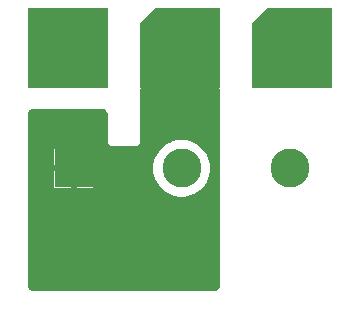
<source format=gbr>
%TF.GenerationSoftware,KiCad,Pcbnew,8.0.4*%
%TF.CreationDate,2024-08-07T12:52:17+02:00*%
%TF.ProjectId,bottom,626f7474-6f6d-42e6-9b69-6361645f7063,rev?*%
%TF.SameCoordinates,Original*%
%TF.FileFunction,Copper,L2,Bot*%
%TF.FilePolarity,Positive*%
%FSLAX46Y46*%
G04 Gerber Fmt 4.6, Leading zero omitted, Abs format (unit mm)*
G04 Created by KiCad (PCBNEW 8.0.4) date 2024-08-07 12:52:17*
%MOMM*%
%LPD*%
G01*
G04 APERTURE LIST*
G04 Aperture macros list*
%AMOutline5P*
0 Free polygon, 5 corners , with rotation*
0 The origin of the aperture is its center*
0 number of corners: always 5*
0 $1 to $10 corner X, Y*
0 $11 Rotation angle, in degrees counterclockwise*
0 create outline with 5 corners*
4,1,5,$1,$2,$3,$4,$5,$6,$7,$8,$9,$10,$1,$2,$11*%
%AMOutline6P*
0 Free polygon, 6 corners , with rotation*
0 The origin of the aperture is its center*
0 number of corners: always 6*
0 $1 to $12 corner X, Y*
0 $13 Rotation angle, in degrees counterclockwise*
0 create outline with 6 corners*
4,1,6,$1,$2,$3,$4,$5,$6,$7,$8,$9,$10,$11,$12,$1,$2,$13*%
%AMOutline7P*
0 Free polygon, 7 corners , with rotation*
0 The origin of the aperture is its center*
0 number of corners: always 7*
0 $1 to $14 corner X, Y*
0 $15 Rotation angle, in degrees counterclockwise*
0 create outline with 7 corners*
4,1,7,$1,$2,$3,$4,$5,$6,$7,$8,$9,$10,$11,$12,$13,$14,$1,$2,$15*%
%AMOutline8P*
0 Free polygon, 8 corners , with rotation*
0 The origin of the aperture is its center*
0 number of corners: always 8*
0 $1 to $16 corner X, Y*
0 $17 Rotation angle, in degrees counterclockwise*
0 create outline with 8 corners*
4,1,8,$1,$2,$3,$4,$5,$6,$7,$8,$9,$10,$11,$12,$13,$14,$15,$16,$1,$2,$17*%
G04 Aperture macros list end*
%TA.AperFunction,ComponentPad*%
%ADD10R,6.800000X6.800000*%
%TD*%
%TA.AperFunction,ComponentPad*%
%ADD11Outline5P,-3.400000X2.040000X-2.040000X3.400000X3.400000X3.400000X3.400000X-3.400000X-3.400000X-3.400000X0.000000*%
%TD*%
%TA.AperFunction,ComponentPad*%
%ADD12R,3.300000X3.300000*%
%TD*%
%TA.AperFunction,ComponentPad*%
%ADD13C,3.300000*%
%TD*%
G04 APERTURE END LIST*
D10*
%TO.P,U1,1,Earth*%
%TO.N,Net-(J1-EARTH)*%
X180200000Y-107550000D03*
D11*
%TO.P,U1,2,N*%
%TO.N,Net-(J1-AC_N)*%
X189700000Y-107550000D03*
%TO.P,U1,3,L*%
%TO.N,Net-(J1-AC_P)*%
X199200000Y-107550000D03*
%TD*%
D12*
%TO.P,J1,1,AC_N*%
%TO.N,Net-(J1-AC_N)*%
X180700000Y-117750000D03*
D13*
%TO.P,J1,2,EARTH*%
%TO.N,Net-(J1-EARTH)*%
X189844000Y-117750000D03*
%TO.P,J1,3,AC_P*%
%TO.N,Net-(J1-AC_P)*%
X198988000Y-117750000D03*
%TD*%
%TA.AperFunction,Conductor*%
%TO.N,Net-(J1-AC_N)*%
G36*
X189950000Y-110950000D02*
G01*
X192976000Y-110950000D01*
X193043039Y-110969685D01*
X193088794Y-111022489D01*
X193100000Y-111074000D01*
X193100000Y-127616874D01*
X193098939Y-127633060D01*
X193085093Y-127738224D01*
X193076715Y-127769491D01*
X193039259Y-127859918D01*
X193023074Y-127887951D01*
X192963491Y-127965601D01*
X192940601Y-127988491D01*
X192862951Y-128048074D01*
X192834918Y-128064259D01*
X192744491Y-128101715D01*
X192713224Y-128110093D01*
X192619398Y-128122446D01*
X192608058Y-128123939D01*
X192591874Y-128125000D01*
X177308126Y-128125000D01*
X177291941Y-128123939D01*
X177278917Y-128122224D01*
X177186775Y-128110093D01*
X177155508Y-128101715D01*
X177065081Y-128064259D01*
X177037048Y-128048074D01*
X176959398Y-127988491D01*
X176936508Y-127965601D01*
X176876925Y-127887951D01*
X176860740Y-127859918D01*
X176823284Y-127769491D01*
X176814906Y-127738223D01*
X176801061Y-127633059D01*
X176800000Y-127616874D01*
X176800000Y-117500000D01*
X179050000Y-117500000D01*
X179937639Y-117500000D01*
X179930743Y-117516649D01*
X179900000Y-117671207D01*
X179900000Y-117828793D01*
X179930743Y-117983351D01*
X179937639Y-118000000D01*
X179050000Y-118000000D01*
X179050000Y-119400000D01*
X180450000Y-119400000D01*
X180450000Y-118512360D01*
X180466649Y-118519257D01*
X180621207Y-118550000D01*
X180778793Y-118550000D01*
X180933351Y-118519257D01*
X180950000Y-118512360D01*
X180950000Y-119400000D01*
X182350000Y-119400000D01*
X182350000Y-118000000D01*
X181462361Y-118000000D01*
X181469257Y-117983351D01*
X181500000Y-117828793D01*
X181500000Y-117749994D01*
X187438754Y-117749994D01*
X187438754Y-117750005D01*
X187457718Y-118051446D01*
X187457719Y-118051453D01*
X187514320Y-118348164D01*
X187607659Y-118635431D01*
X187607661Y-118635436D01*
X187736265Y-118908732D01*
X187736268Y-118908738D01*
X187898111Y-119163763D01*
X188090652Y-119396505D01*
X188310836Y-119603272D01*
X188310846Y-119603280D01*
X188555193Y-119780808D01*
X188555198Y-119780810D01*
X188555205Y-119780816D01*
X188819896Y-119926332D01*
X188819901Y-119926334D01*
X188819903Y-119926335D01*
X188819904Y-119926336D01*
X189100734Y-120037524D01*
X189100737Y-120037525D01*
X189198259Y-120062564D01*
X189393302Y-120112642D01*
X189540039Y-120131179D01*
X189692963Y-120150499D01*
X189692969Y-120150499D01*
X189692973Y-120150500D01*
X189692975Y-120150500D01*
X189995025Y-120150500D01*
X189995027Y-120150500D01*
X189995032Y-120150499D01*
X189995036Y-120150499D01*
X190074591Y-120140448D01*
X190294698Y-120112642D01*
X190587262Y-120037525D01*
X190587265Y-120037524D01*
X190868095Y-119926336D01*
X190868096Y-119926335D01*
X190868094Y-119926335D01*
X190868104Y-119926332D01*
X191132795Y-119780816D01*
X191377162Y-119603274D01*
X191597349Y-119396504D01*
X191789885Y-119163768D01*
X191951733Y-118908736D01*
X192080341Y-118635430D01*
X192173681Y-118348160D01*
X192230280Y-118051457D01*
X192230281Y-118051446D01*
X192249246Y-117750005D01*
X192249246Y-117749994D01*
X192230281Y-117448553D01*
X192230280Y-117448546D01*
X192230280Y-117448543D01*
X192173681Y-117151840D01*
X192080341Y-116864570D01*
X191951733Y-116591264D01*
X191789885Y-116336232D01*
X191597349Y-116103496D01*
X191377162Y-115896726D01*
X191377159Y-115896724D01*
X191377153Y-115896719D01*
X191132806Y-115719191D01*
X191132799Y-115719186D01*
X191132795Y-115719184D01*
X190868104Y-115573668D01*
X190868101Y-115573666D01*
X190868096Y-115573664D01*
X190868095Y-115573663D01*
X190587265Y-115462475D01*
X190587262Y-115462474D01*
X190294695Y-115387357D01*
X189995036Y-115349500D01*
X189995027Y-115349500D01*
X189692973Y-115349500D01*
X189692963Y-115349500D01*
X189393304Y-115387357D01*
X189100737Y-115462474D01*
X189100734Y-115462475D01*
X188819904Y-115573663D01*
X188819903Y-115573664D01*
X188555205Y-115719184D01*
X188555193Y-115719191D01*
X188310846Y-115896719D01*
X188310836Y-115896727D01*
X188090652Y-116103494D01*
X187898111Y-116336236D01*
X187736268Y-116591261D01*
X187736265Y-116591267D01*
X187607661Y-116864563D01*
X187607659Y-116864568D01*
X187514320Y-117151835D01*
X187457719Y-117448546D01*
X187457718Y-117448553D01*
X187438754Y-117749994D01*
X181500000Y-117749994D01*
X181500000Y-117671207D01*
X181469257Y-117516649D01*
X181462361Y-117500000D01*
X182350000Y-117500000D01*
X182350000Y-116100000D01*
X180950000Y-116100000D01*
X180950000Y-116987639D01*
X180933351Y-116980743D01*
X180778793Y-116950000D01*
X180621207Y-116950000D01*
X180466649Y-116980743D01*
X180450000Y-116987639D01*
X180450000Y-116100000D01*
X179050000Y-116100000D01*
X179050000Y-117500000D01*
X176800000Y-117500000D01*
X176800000Y-115750000D01*
X183600000Y-115750000D01*
X183600000Y-115700000D01*
X183689614Y-115700000D01*
X183709535Y-115734504D01*
X183709539Y-115734509D01*
X183709540Y-115734511D01*
X183765489Y-115790460D01*
X183765491Y-115790461D01*
X183765495Y-115790464D01*
X183834004Y-115830017D01*
X183834011Y-115830021D01*
X183910438Y-115850500D01*
X183910440Y-115850500D01*
X185989560Y-115850500D01*
X185989562Y-115850500D01*
X186065989Y-115830021D01*
X186134511Y-115790460D01*
X186190460Y-115734511D01*
X186210385Y-115700000D01*
X186300000Y-115700000D01*
X186300000Y-111074000D01*
X186319685Y-111006961D01*
X186372489Y-110961206D01*
X186424000Y-110950000D01*
X189450000Y-110950000D01*
X189450000Y-109332618D01*
X189582022Y-109350000D01*
X189817978Y-109350000D01*
X189950000Y-109332618D01*
X189950000Y-110950000D01*
G37*
%TD.AperFunction*%
%TD*%
%TA.AperFunction,Conductor*%
%TO.N,Net-(J1-AC_N)*%
G36*
X183108059Y-112701061D02*
G01*
X183213223Y-112714906D01*
X183244491Y-112723284D01*
X183334918Y-112760740D01*
X183362952Y-112776925D01*
X183440602Y-112836509D01*
X183463491Y-112859398D01*
X183523074Y-112937048D01*
X183539259Y-112965081D01*
X183576715Y-113055508D01*
X183585093Y-113086775D01*
X183598939Y-113191939D01*
X183600000Y-113208125D01*
X183600000Y-115750000D01*
X176800000Y-115750000D01*
X176800000Y-113208125D01*
X176801061Y-113191940D01*
X176814906Y-113086776D01*
X176823284Y-113055508D01*
X176860740Y-112965081D01*
X176876923Y-112937050D01*
X176936513Y-112859392D01*
X176959392Y-112836513D01*
X177037050Y-112776923D01*
X177065079Y-112760740D01*
X177155509Y-112723283D01*
X177186775Y-112714906D01*
X177291941Y-112701061D01*
X177308126Y-112700000D01*
X183091874Y-112700000D01*
X183108059Y-112701061D01*
G37*
%TD.AperFunction*%
%TD*%
M02*

</source>
